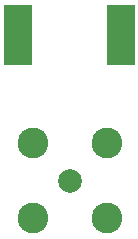
<source format=gbs>
G04 #@! TF.GenerationSoftware,KiCad,Pcbnew,8.0.6*
G04 #@! TF.CreationDate,2024-11-27T10:36:13+01:00*
G04 #@! TF.ProjectId,TDR1,54445231-2e6b-4696-9361-645f70636258,0.1*
G04 #@! TF.SameCoordinates,Original*
G04 #@! TF.FileFunction,Soldermask,Bot*
G04 #@! TF.FilePolarity,Negative*
%FSLAX46Y46*%
G04 Gerber Fmt 4.6, Leading zero omitted, Abs format (unit mm)*
G04 Created by KiCad (PCBNEW 8.0.6) date 2024-11-27 10:36:13*
%MOMM*%
%LPD*%
G01*
G04 APERTURE LIST*
%ADD10R,2.420000X5.080000*%
%ADD11C,2.004000*%
%ADD12C,2.604000*%
G04 APERTURE END LIST*
D10*
G04 #@! TO.C,J3*
X26000000Y20000000D03*
X17240000Y20000000D03*
G04 #@! TD*
D11*
G04 #@! TO.C,J1*
X21666100Y7666400D03*
D12*
X24816100Y10816400D03*
X24816100Y4516400D03*
X18516100Y4516400D03*
X18516100Y10816400D03*
G04 #@! TD*
M02*

</source>
